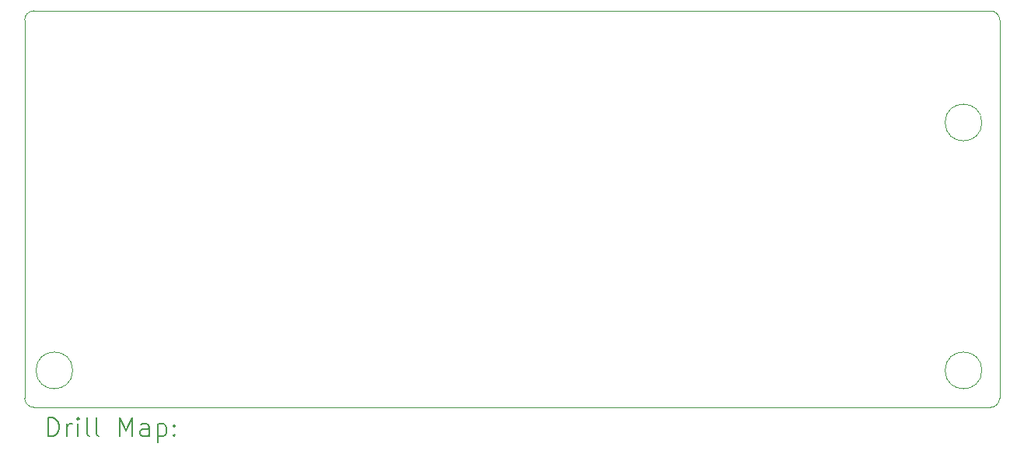
<source format=gbr>
%TF.GenerationSoftware,KiCad,Pcbnew,9.0.2*%
%TF.CreationDate,2025-07-11T17:02:37-07:00*%
%TF.ProjectId,hbridge_rev,68627269-6467-4655-9f72-65762e6b6963,rev?*%
%TF.SameCoordinates,Original*%
%TF.FileFunction,Drillmap*%
%TF.FilePolarity,Positive*%
%FSLAX45Y45*%
G04 Gerber Fmt 4.5, Leading zero omitted, Abs format (unit mm)*
G04 Created by KiCad (PCBNEW 9.0.2) date 2025-07-11 17:02:37*
%MOMM*%
%LPD*%
G01*
G04 APERTURE LIST*
%ADD10C,0.050000*%
%ADD11C,0.200000*%
G04 APERTURE END LIST*
D10*
X1320800Y-1370000D02*
G75*
G02*
X1420800Y-1270000I100000J0D01*
G01*
X1420800Y-1270000D02*
X11838000Y-1270000D01*
X11938000Y-5488000D02*
G75*
G02*
X11838000Y-5588000I-100000J0D01*
G01*
X11744300Y-5186000D02*
G75*
G02*
X11344300Y-5186000I-200000J0D01*
G01*
X11344300Y-5186000D02*
G75*
G02*
X11744300Y-5186000I200000J0D01*
G01*
X11838000Y-5588000D02*
X1420800Y-5588000D01*
X1420800Y-5588000D02*
G75*
G02*
X1320800Y-5488000I0J100000D01*
G01*
X11938000Y-1370000D02*
X11938000Y-5488000D01*
X1844300Y-5186000D02*
G75*
G02*
X1444300Y-5186000I-200000J0D01*
G01*
X1444300Y-5186000D02*
G75*
G02*
X1844300Y-5186000I200000J0D01*
G01*
X11838000Y-1270000D02*
G75*
G02*
X11938000Y-1370000I0J-100000D01*
G01*
X1320800Y-5488000D02*
X1320800Y-1370000D01*
X11744300Y-2486000D02*
G75*
G02*
X11344300Y-2486000I-200000J0D01*
G01*
X11344300Y-2486000D02*
G75*
G02*
X11744300Y-2486000I200000J0D01*
G01*
D11*
X1579077Y-5901984D02*
X1579077Y-5701984D01*
X1579077Y-5701984D02*
X1626696Y-5701984D01*
X1626696Y-5701984D02*
X1655267Y-5711508D01*
X1655267Y-5711508D02*
X1674315Y-5730555D01*
X1674315Y-5730555D02*
X1683839Y-5749603D01*
X1683839Y-5749603D02*
X1693362Y-5787698D01*
X1693362Y-5787698D02*
X1693362Y-5816269D01*
X1693362Y-5816269D02*
X1683839Y-5854365D01*
X1683839Y-5854365D02*
X1674315Y-5873412D01*
X1674315Y-5873412D02*
X1655267Y-5892460D01*
X1655267Y-5892460D02*
X1626696Y-5901984D01*
X1626696Y-5901984D02*
X1579077Y-5901984D01*
X1779077Y-5901984D02*
X1779077Y-5768650D01*
X1779077Y-5806746D02*
X1788601Y-5787698D01*
X1788601Y-5787698D02*
X1798124Y-5778174D01*
X1798124Y-5778174D02*
X1817172Y-5768650D01*
X1817172Y-5768650D02*
X1836220Y-5768650D01*
X1902886Y-5901984D02*
X1902886Y-5768650D01*
X1902886Y-5701984D02*
X1893362Y-5711508D01*
X1893362Y-5711508D02*
X1902886Y-5721031D01*
X1902886Y-5721031D02*
X1912410Y-5711508D01*
X1912410Y-5711508D02*
X1902886Y-5701984D01*
X1902886Y-5701984D02*
X1902886Y-5721031D01*
X2026696Y-5901984D02*
X2007648Y-5892460D01*
X2007648Y-5892460D02*
X1998124Y-5873412D01*
X1998124Y-5873412D02*
X1998124Y-5701984D01*
X2131458Y-5901984D02*
X2112410Y-5892460D01*
X2112410Y-5892460D02*
X2102886Y-5873412D01*
X2102886Y-5873412D02*
X2102886Y-5701984D01*
X2360029Y-5901984D02*
X2360029Y-5701984D01*
X2360029Y-5701984D02*
X2426696Y-5844841D01*
X2426696Y-5844841D02*
X2493363Y-5701984D01*
X2493363Y-5701984D02*
X2493363Y-5901984D01*
X2674315Y-5901984D02*
X2674315Y-5797222D01*
X2674315Y-5797222D02*
X2664791Y-5778174D01*
X2664791Y-5778174D02*
X2645744Y-5768650D01*
X2645744Y-5768650D02*
X2607648Y-5768650D01*
X2607648Y-5768650D02*
X2588601Y-5778174D01*
X2674315Y-5892460D02*
X2655267Y-5901984D01*
X2655267Y-5901984D02*
X2607648Y-5901984D01*
X2607648Y-5901984D02*
X2588601Y-5892460D01*
X2588601Y-5892460D02*
X2579077Y-5873412D01*
X2579077Y-5873412D02*
X2579077Y-5854365D01*
X2579077Y-5854365D02*
X2588601Y-5835317D01*
X2588601Y-5835317D02*
X2607648Y-5825793D01*
X2607648Y-5825793D02*
X2655267Y-5825793D01*
X2655267Y-5825793D02*
X2674315Y-5816269D01*
X2769553Y-5768650D02*
X2769553Y-5968650D01*
X2769553Y-5778174D02*
X2788601Y-5768650D01*
X2788601Y-5768650D02*
X2826696Y-5768650D01*
X2826696Y-5768650D02*
X2845743Y-5778174D01*
X2845743Y-5778174D02*
X2855267Y-5787698D01*
X2855267Y-5787698D02*
X2864791Y-5806746D01*
X2864791Y-5806746D02*
X2864791Y-5863888D01*
X2864791Y-5863888D02*
X2855267Y-5882936D01*
X2855267Y-5882936D02*
X2845743Y-5892460D01*
X2845743Y-5892460D02*
X2826696Y-5901984D01*
X2826696Y-5901984D02*
X2788601Y-5901984D01*
X2788601Y-5901984D02*
X2769553Y-5892460D01*
X2950505Y-5882936D02*
X2960029Y-5892460D01*
X2960029Y-5892460D02*
X2950505Y-5901984D01*
X2950505Y-5901984D02*
X2940982Y-5892460D01*
X2940982Y-5892460D02*
X2950505Y-5882936D01*
X2950505Y-5882936D02*
X2950505Y-5901984D01*
X2950505Y-5778174D02*
X2960029Y-5787698D01*
X2960029Y-5787698D02*
X2950505Y-5797222D01*
X2950505Y-5797222D02*
X2940982Y-5787698D01*
X2940982Y-5787698D02*
X2950505Y-5778174D01*
X2950505Y-5778174D02*
X2950505Y-5797222D01*
M02*

</source>
